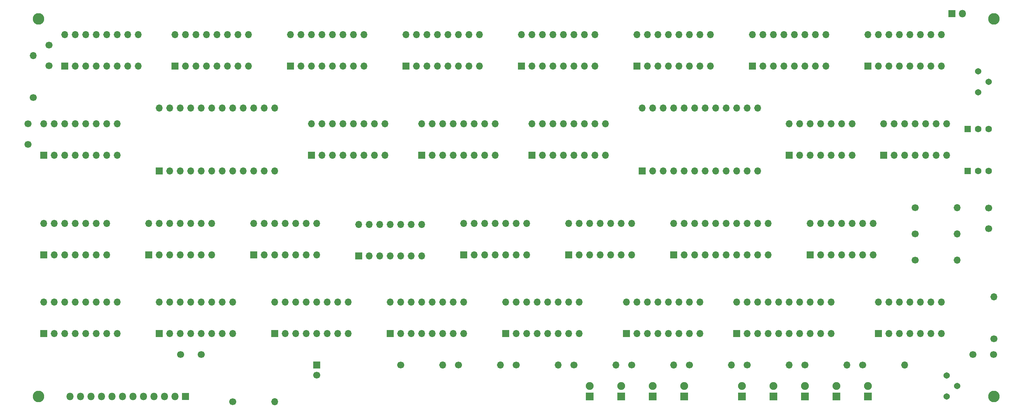
<source format=gbr>
%TF.GenerationSoftware,KiCad,Pcbnew,5.1.6-c6e7f7d~87~ubuntu16.04.1*%
%TF.CreationDate,2021-01-23T13:17:05-05:00*%
%TF.ProjectId,video,76696465-6f2e-46b6-9963-61645f706362,rev?*%
%TF.SameCoordinates,Original*%
%TF.FileFunction,Soldermask,Bot*%
%TF.FilePolarity,Negative*%
%FSLAX46Y46*%
G04 Gerber Fmt 4.6, Leading zero omitted, Abs format (unit mm)*
G04 Created by KiCad (PCBNEW 5.1.6-c6e7f7d~87~ubuntu16.04.1) date 2021-01-23 13:17:05*
%MOMM*%
%LPD*%
G01*
G04 APERTURE LIST*
%ADD10C,1.700000*%
%ADD11C,2.800000*%
%ADD12O,1.700000X1.700000*%
%ADD13R,1.700000X1.700000*%
%ADD14O,1.800000X1.800000*%
%ADD15R,1.800000X1.800000*%
%ADD16C,1.900000*%
%ADD17R,1.900000X1.900000*%
%ADD18C,1.540000*%
%ADD19R,1.600000X1.600000*%
%ADD20C,1.600000*%
G04 APERTURE END LIST*
D10*
%TO.C,C6*%
X1270000Y-34210000D03*
X1270000Y-29210000D03*
%TD*%
%TO.C,C5*%
X6350000Y-15160000D03*
X6350000Y-10160000D03*
%TD*%
D11*
%TO.C,REF3*%
X3810000Y-95250000D03*
%TD*%
%TO.C,REF4*%
X234950000Y-95250000D03*
%TD*%
%TO.C,REF2*%
X234950000Y-3810000D03*
%TD*%
%TO.C,REF1*%
X3810000Y-3810000D03*
%TD*%
D12*
%TO.C,U31*%
X208280000Y-29210000D03*
X223520000Y-36830000D03*
X210820000Y-29210000D03*
X220980000Y-36830000D03*
X213360000Y-29210000D03*
X218440000Y-36830000D03*
X215900000Y-29210000D03*
X215900000Y-36830000D03*
X218440000Y-29210000D03*
X213360000Y-36830000D03*
X220980000Y-29210000D03*
X210820000Y-36830000D03*
X223520000Y-29210000D03*
D13*
X208280000Y-36830000D03*
%TD*%
D12*
%TO.C,U30*%
X207010000Y-72390000D03*
X222250000Y-80010000D03*
X209550000Y-72390000D03*
X219710000Y-80010000D03*
X212090000Y-72390000D03*
X217170000Y-80010000D03*
X214630000Y-72390000D03*
X214630000Y-80010000D03*
X217170000Y-72390000D03*
X212090000Y-80010000D03*
X219710000Y-72390000D03*
X209550000Y-80010000D03*
X222250000Y-72390000D03*
D13*
X207010000Y-80010000D03*
%TD*%
D12*
%TO.C,R16*%
X2540000Y-12700000D03*
D10*
X2540000Y-22860000D03*
%TD*%
D12*
%TO.C,R15*%
X60960000Y-96520000D03*
D10*
X50800000Y-96520000D03*
%TD*%
%TO.C,C4*%
X71120000Y-90130000D03*
D13*
X71120000Y-87630000D03*
%TD*%
D10*
%TO.C,C3*%
X38180000Y-85090000D03*
X43180000Y-85090000D03*
%TD*%
D13*
%TO.C,U14*%
X149860000Y-40640000D03*
D12*
X177800000Y-25400000D03*
X152400000Y-40640000D03*
X175260000Y-25400000D03*
X154940000Y-40640000D03*
X172720000Y-25400000D03*
X157480000Y-40640000D03*
X170180000Y-25400000D03*
X160020000Y-40640000D03*
X167640000Y-25400000D03*
X162560000Y-40640000D03*
X165100000Y-25400000D03*
X165100000Y-40640000D03*
X162560000Y-25400000D03*
X167640000Y-40640000D03*
X160020000Y-25400000D03*
X170180000Y-40640000D03*
X157480000Y-25400000D03*
X172720000Y-40640000D03*
X154940000Y-25400000D03*
X175260000Y-40640000D03*
X152400000Y-25400000D03*
X177800000Y-40640000D03*
X149860000Y-25400000D03*
%TD*%
%TO.C,U10*%
X33020000Y-25400000D03*
X60960000Y-40640000D03*
X35560000Y-25400000D03*
X58420000Y-40640000D03*
X38100000Y-25400000D03*
X55880000Y-40640000D03*
X40640000Y-25400000D03*
X53340000Y-40640000D03*
X43180000Y-25400000D03*
X50800000Y-40640000D03*
X45720000Y-25400000D03*
X48260000Y-40640000D03*
X48260000Y-25400000D03*
X45720000Y-40640000D03*
X50800000Y-25400000D03*
X43180000Y-40640000D03*
X53340000Y-25400000D03*
X40640000Y-40640000D03*
X55880000Y-25400000D03*
X38100000Y-40640000D03*
X58420000Y-25400000D03*
X35560000Y-40640000D03*
X60960000Y-25400000D03*
D13*
X33020000Y-40640000D03*
%TD*%
D12*
%TO.C,U32*%
X172720000Y-72390000D03*
X195580000Y-80010000D03*
X175260000Y-72390000D03*
X193040000Y-80010000D03*
X177800000Y-72390000D03*
X190500000Y-80010000D03*
X180340000Y-72390000D03*
X187960000Y-80010000D03*
X182880000Y-72390000D03*
X185420000Y-80010000D03*
X185420000Y-72390000D03*
X182880000Y-80010000D03*
X187960000Y-72390000D03*
X180340000Y-80010000D03*
X190500000Y-72390000D03*
X177800000Y-80010000D03*
X193040000Y-72390000D03*
X175260000Y-80010000D03*
X195580000Y-72390000D03*
D13*
X172720000Y-80010000D03*
%TD*%
D12*
%TO.C,R13*%
X101600000Y-87630000D03*
D10*
X91440000Y-87630000D03*
%TD*%
D12*
%TO.C,R12*%
X115570000Y-87630000D03*
D10*
X105410000Y-87630000D03*
%TD*%
D12*
%TO.C,R11*%
X129540000Y-87630000D03*
D10*
X119380000Y-87630000D03*
%TD*%
D12*
%TO.C,R10*%
X143510000Y-87630000D03*
D10*
X133350000Y-87630000D03*
%TD*%
D12*
%TO.C,R9*%
X157480000Y-87630000D03*
D10*
X147320000Y-87630000D03*
%TD*%
D12*
%TO.C,R8*%
X171450000Y-87630000D03*
D10*
X161290000Y-87630000D03*
%TD*%
D12*
%TO.C,R7*%
X185420000Y-87630000D03*
D10*
X175260000Y-87630000D03*
%TD*%
D12*
%TO.C,R6*%
X199390000Y-87630000D03*
D10*
X189230000Y-87630000D03*
%TD*%
D12*
%TO.C,R5*%
X213360000Y-87630000D03*
D10*
X203200000Y-87630000D03*
%TD*%
D14*
%TO.C,J2*%
X11430000Y-95250000D03*
X13970000Y-95250000D03*
X16510000Y-95250000D03*
X19050000Y-95250000D03*
X21590000Y-95250000D03*
X24130000Y-95250000D03*
X26670000Y-95250000D03*
X29210000Y-95250000D03*
X31750000Y-95250000D03*
X34290000Y-95250000D03*
X36830000Y-95250000D03*
D15*
X39370000Y-95250000D03*
%TD*%
D16*
%TO.C,D9*%
X137160000Y-92710000D03*
D17*
X137160000Y-95250000D03*
%TD*%
D16*
%TO.C,D8*%
X144780000Y-92710000D03*
D17*
X144780000Y-95250000D03*
%TD*%
D16*
%TO.C,D7*%
X152400000Y-92710000D03*
D17*
X152400000Y-95250000D03*
%TD*%
D16*
%TO.C,D6*%
X160020000Y-92710000D03*
D17*
X160020000Y-95250000D03*
%TD*%
D16*
%TO.C,D5*%
X173990000Y-92710000D03*
D17*
X173990000Y-95250000D03*
%TD*%
D16*
%TO.C,D4*%
X181610000Y-92710000D03*
D17*
X181610000Y-95250000D03*
%TD*%
D16*
%TO.C,D3*%
X189230000Y-92710000D03*
D17*
X189230000Y-95250000D03*
%TD*%
D16*
%TO.C,D2*%
X196850000Y-92710000D03*
D17*
X196850000Y-95250000D03*
%TD*%
D16*
%TO.C,D1*%
X204470000Y-92710000D03*
D17*
X204470000Y-95250000D03*
%TD*%
D12*
%TO.C,U29*%
X132080000Y-53340000D03*
X147320000Y-60960000D03*
X134620000Y-53340000D03*
X144780000Y-60960000D03*
X137160000Y-53340000D03*
X142240000Y-60960000D03*
X139700000Y-53340000D03*
X139700000Y-60960000D03*
X142240000Y-53340000D03*
X137160000Y-60960000D03*
X144780000Y-53340000D03*
X134620000Y-60960000D03*
X147320000Y-53340000D03*
D13*
X132080000Y-60960000D03*
%TD*%
D12*
%TO.C,U28*%
X106680000Y-53340000D03*
X121920000Y-60960000D03*
X109220000Y-53340000D03*
X119380000Y-60960000D03*
X111760000Y-53340000D03*
X116840000Y-60960000D03*
X114300000Y-53340000D03*
X114300000Y-60960000D03*
X116840000Y-53340000D03*
X111760000Y-60960000D03*
X119380000Y-53340000D03*
X109220000Y-60960000D03*
X121920000Y-53340000D03*
D13*
X106680000Y-60960000D03*
%TD*%
D12*
%TO.C,U27*%
X81280000Y-53600000D03*
X96520000Y-61220000D03*
X83820000Y-53600000D03*
X93980000Y-61220000D03*
X86360000Y-53600000D03*
X91440000Y-61220000D03*
X88900000Y-53600000D03*
X88900000Y-61220000D03*
X91440000Y-53600000D03*
X86360000Y-61220000D03*
X93980000Y-53600000D03*
X83820000Y-61220000D03*
X96520000Y-53600000D03*
D13*
X81280000Y-61220000D03*
%TD*%
D12*
%TO.C,U26*%
X55880000Y-53340000D03*
X71120000Y-60960000D03*
X58420000Y-53340000D03*
X68580000Y-60960000D03*
X60960000Y-53340000D03*
X66040000Y-60960000D03*
X63500000Y-53340000D03*
X63500000Y-60960000D03*
X66040000Y-53340000D03*
X60960000Y-60960000D03*
X68580000Y-53340000D03*
X58420000Y-60960000D03*
X71120000Y-53340000D03*
D13*
X55880000Y-60960000D03*
%TD*%
D12*
%TO.C,U25*%
X185420000Y-29210000D03*
X200660000Y-36830000D03*
X187960000Y-29210000D03*
X198120000Y-36830000D03*
X190500000Y-29210000D03*
X195580000Y-36830000D03*
X193040000Y-29210000D03*
X193040000Y-36830000D03*
X195580000Y-29210000D03*
X190500000Y-36830000D03*
X198120000Y-29210000D03*
X187960000Y-36830000D03*
X200660000Y-29210000D03*
D13*
X185420000Y-36830000D03*
%TD*%
D12*
%TO.C,U24*%
X157480000Y-53340000D03*
X180340000Y-60960000D03*
X160020000Y-53340000D03*
X177800000Y-60960000D03*
X162560000Y-53340000D03*
X175260000Y-60960000D03*
X165100000Y-53340000D03*
X172720000Y-60960000D03*
X167640000Y-53340000D03*
X170180000Y-60960000D03*
X170180000Y-53340000D03*
X167640000Y-60960000D03*
X172720000Y-53340000D03*
X165100000Y-60960000D03*
X175260000Y-53340000D03*
X162560000Y-60960000D03*
X177800000Y-53340000D03*
X160020000Y-60960000D03*
X180340000Y-53340000D03*
D13*
X157480000Y-60960000D03*
%TD*%
D12*
%TO.C,U23*%
X146050000Y-72390000D03*
X163830000Y-80010000D03*
X148590000Y-72390000D03*
X161290000Y-80010000D03*
X151130000Y-72390000D03*
X158750000Y-80010000D03*
X153670000Y-72390000D03*
X156210000Y-80010000D03*
X156210000Y-72390000D03*
X153670000Y-80010000D03*
X158750000Y-72390000D03*
X151130000Y-80010000D03*
X161290000Y-72390000D03*
X148590000Y-80010000D03*
X163830000Y-72390000D03*
D13*
X146050000Y-80010000D03*
%TD*%
D12*
%TO.C,U22*%
X116840000Y-72390000D03*
X134620000Y-80010000D03*
X119380000Y-72390000D03*
X132080000Y-80010000D03*
X121920000Y-72390000D03*
X129540000Y-80010000D03*
X124460000Y-72390000D03*
X127000000Y-80010000D03*
X127000000Y-72390000D03*
X124460000Y-80010000D03*
X129540000Y-72390000D03*
X121920000Y-80010000D03*
X132080000Y-72390000D03*
X119380000Y-80010000D03*
X134620000Y-72390000D03*
D13*
X116840000Y-80010000D03*
%TD*%
D12*
%TO.C,U21*%
X88900000Y-72390000D03*
X106680000Y-80010000D03*
X91440000Y-72390000D03*
X104140000Y-80010000D03*
X93980000Y-72390000D03*
X101600000Y-80010000D03*
X96520000Y-72390000D03*
X99060000Y-80010000D03*
X99060000Y-72390000D03*
X96520000Y-80010000D03*
X101600000Y-72390000D03*
X93980000Y-80010000D03*
X104140000Y-72390000D03*
X91440000Y-80010000D03*
X106680000Y-72390000D03*
D13*
X88900000Y-80010000D03*
%TD*%
D12*
%TO.C,U20*%
X60960000Y-72390000D03*
X78740000Y-80010000D03*
X63500000Y-72390000D03*
X76200000Y-80010000D03*
X66040000Y-72390000D03*
X73660000Y-80010000D03*
X68580000Y-72390000D03*
X71120000Y-80010000D03*
X71120000Y-72390000D03*
X68580000Y-80010000D03*
X73660000Y-72390000D03*
X66040000Y-80010000D03*
X76200000Y-72390000D03*
X63500000Y-80010000D03*
X78740000Y-72390000D03*
D13*
X60960000Y-80010000D03*
%TD*%
D12*
%TO.C,U19*%
X33020000Y-72390000D03*
X50800000Y-80010000D03*
X35560000Y-72390000D03*
X48260000Y-80010000D03*
X38100000Y-72390000D03*
X45720000Y-80010000D03*
X40640000Y-72390000D03*
X43180000Y-80010000D03*
X43180000Y-72390000D03*
X40640000Y-80010000D03*
X45720000Y-72390000D03*
X38100000Y-80010000D03*
X48260000Y-72390000D03*
X35560000Y-80010000D03*
X50800000Y-72390000D03*
D13*
X33020000Y-80010000D03*
%TD*%
D12*
%TO.C,U18*%
X5080000Y-72390000D03*
X22860000Y-80010000D03*
X7620000Y-72390000D03*
X20320000Y-80010000D03*
X10160000Y-72390000D03*
X17780000Y-80010000D03*
X12700000Y-72390000D03*
X15240000Y-80010000D03*
X15240000Y-72390000D03*
X12700000Y-80010000D03*
X17780000Y-72390000D03*
X10160000Y-80010000D03*
X20320000Y-72390000D03*
X7620000Y-80010000D03*
X22860000Y-72390000D03*
D13*
X5080000Y-80010000D03*
%TD*%
D12*
%TO.C,U17*%
X123190000Y-29210000D03*
X140970000Y-36830000D03*
X125730000Y-29210000D03*
X138430000Y-36830000D03*
X128270000Y-29210000D03*
X135890000Y-36830000D03*
X130810000Y-29210000D03*
X133350000Y-36830000D03*
X133350000Y-29210000D03*
X130810000Y-36830000D03*
X135890000Y-29210000D03*
X128270000Y-36830000D03*
X138430000Y-29210000D03*
X125730000Y-36830000D03*
X140970000Y-29210000D03*
D13*
X123190000Y-36830000D03*
%TD*%
D12*
%TO.C,U16*%
X96520000Y-29210000D03*
X114300000Y-36830000D03*
X99060000Y-29210000D03*
X111760000Y-36830000D03*
X101600000Y-29210000D03*
X109220000Y-36830000D03*
X104140000Y-29210000D03*
X106680000Y-36830000D03*
X106680000Y-29210000D03*
X104140000Y-36830000D03*
X109220000Y-29210000D03*
X101600000Y-36830000D03*
X111760000Y-29210000D03*
X99060000Y-36830000D03*
X114300000Y-29210000D03*
D13*
X96520000Y-36830000D03*
%TD*%
D12*
%TO.C,U15*%
X69850000Y-29210000D03*
X87630000Y-36830000D03*
X72390000Y-29210000D03*
X85090000Y-36830000D03*
X74930000Y-29210000D03*
X82550000Y-36830000D03*
X77470000Y-29210000D03*
X80010000Y-36830000D03*
X80010000Y-29210000D03*
X77470000Y-36830000D03*
X82550000Y-29210000D03*
X74930000Y-36830000D03*
X85090000Y-29210000D03*
X72390000Y-36830000D03*
X87630000Y-29210000D03*
D13*
X69850000Y-36830000D03*
%TD*%
D12*
%TO.C,U13*%
X190500000Y-53340000D03*
X205740000Y-60960000D03*
X193040000Y-53340000D03*
X203200000Y-60960000D03*
X195580000Y-53340000D03*
X200660000Y-60960000D03*
X198120000Y-53340000D03*
X198120000Y-60960000D03*
X200660000Y-53340000D03*
X195580000Y-60960000D03*
X203200000Y-53340000D03*
X193040000Y-60960000D03*
X205740000Y-53340000D03*
D13*
X190500000Y-60960000D03*
%TD*%
D12*
%TO.C,U12*%
X30480000Y-53340000D03*
X45720000Y-60960000D03*
X33020000Y-53340000D03*
X43180000Y-60960000D03*
X35560000Y-53340000D03*
X40640000Y-60960000D03*
X38100000Y-53340000D03*
X38100000Y-60960000D03*
X40640000Y-53340000D03*
X35560000Y-60960000D03*
X43180000Y-53340000D03*
X33020000Y-60960000D03*
X45720000Y-53340000D03*
D13*
X30480000Y-60960000D03*
%TD*%
D12*
%TO.C,U11*%
X5080000Y-53340000D03*
X20320000Y-60960000D03*
X7620000Y-53340000D03*
X17780000Y-60960000D03*
X10160000Y-53340000D03*
X15240000Y-60960000D03*
X12700000Y-53340000D03*
X12700000Y-60960000D03*
X15240000Y-53340000D03*
X10160000Y-60960000D03*
X17780000Y-53340000D03*
X7620000Y-60960000D03*
X20320000Y-53340000D03*
D13*
X5080000Y-60960000D03*
%TD*%
D12*
%TO.C,U9*%
X5080000Y-29210000D03*
X22860000Y-36830000D03*
X7620000Y-29210000D03*
X20320000Y-36830000D03*
X10160000Y-29210000D03*
X17780000Y-36830000D03*
X12700000Y-29210000D03*
X15240000Y-36830000D03*
X15240000Y-29210000D03*
X12700000Y-36830000D03*
X17780000Y-29210000D03*
X10160000Y-36830000D03*
X20320000Y-29210000D03*
X7620000Y-36830000D03*
X22860000Y-29210000D03*
D13*
X5080000Y-36830000D03*
%TD*%
D12*
%TO.C,U8*%
X204470000Y-7620000D03*
X222250000Y-15240000D03*
X207010000Y-7620000D03*
X219710000Y-15240000D03*
X209550000Y-7620000D03*
X217170000Y-15240000D03*
X212090000Y-7620000D03*
X214630000Y-15240000D03*
X214630000Y-7620000D03*
X212090000Y-15240000D03*
X217170000Y-7620000D03*
X209550000Y-15240000D03*
X219710000Y-7620000D03*
X207010000Y-15240000D03*
X222250000Y-7620000D03*
D13*
X204470000Y-15240000D03*
%TD*%
D12*
%TO.C,U7*%
X176530000Y-7620000D03*
X194310000Y-15240000D03*
X179070000Y-7620000D03*
X191770000Y-15240000D03*
X181610000Y-7620000D03*
X189230000Y-15240000D03*
X184150000Y-7620000D03*
X186690000Y-15240000D03*
X186690000Y-7620000D03*
X184150000Y-15240000D03*
X189230000Y-7620000D03*
X181610000Y-15240000D03*
X191770000Y-7620000D03*
X179070000Y-15240000D03*
X194310000Y-7620000D03*
D13*
X176530000Y-15240000D03*
%TD*%
D12*
%TO.C,U6*%
X148590000Y-7620000D03*
X166370000Y-15240000D03*
X151130000Y-7620000D03*
X163830000Y-15240000D03*
X153670000Y-7620000D03*
X161290000Y-15240000D03*
X156210000Y-7620000D03*
X158750000Y-15240000D03*
X158750000Y-7620000D03*
X156210000Y-15240000D03*
X161290000Y-7620000D03*
X153670000Y-15240000D03*
X163830000Y-7620000D03*
X151130000Y-15240000D03*
X166370000Y-7620000D03*
D13*
X148590000Y-15240000D03*
%TD*%
D12*
%TO.C,U5*%
X120650000Y-7620000D03*
X138430000Y-15240000D03*
X123190000Y-7620000D03*
X135890000Y-15240000D03*
X125730000Y-7620000D03*
X133350000Y-15240000D03*
X128270000Y-7620000D03*
X130810000Y-15240000D03*
X130810000Y-7620000D03*
X128270000Y-15240000D03*
X133350000Y-7620000D03*
X125730000Y-15240000D03*
X135890000Y-7620000D03*
X123190000Y-15240000D03*
X138430000Y-7620000D03*
D13*
X120650000Y-15240000D03*
%TD*%
D12*
%TO.C,U4*%
X92710000Y-7620000D03*
X110490000Y-15240000D03*
X95250000Y-7620000D03*
X107950000Y-15240000D03*
X97790000Y-7620000D03*
X105410000Y-15240000D03*
X100330000Y-7620000D03*
X102870000Y-15240000D03*
X102870000Y-7620000D03*
X100330000Y-15240000D03*
X105410000Y-7620000D03*
X97790000Y-15240000D03*
X107950000Y-7620000D03*
X95250000Y-15240000D03*
X110490000Y-7620000D03*
D13*
X92710000Y-15240000D03*
%TD*%
D12*
%TO.C,U3*%
X64770000Y-7620000D03*
X82550000Y-15240000D03*
X67310000Y-7620000D03*
X80010000Y-15240000D03*
X69850000Y-7620000D03*
X77470000Y-15240000D03*
X72390000Y-7620000D03*
X74930000Y-15240000D03*
X74930000Y-7620000D03*
X72390000Y-15240000D03*
X77470000Y-7620000D03*
X69850000Y-15240000D03*
X80010000Y-7620000D03*
X67310000Y-15240000D03*
X82550000Y-7620000D03*
D13*
X64770000Y-15240000D03*
%TD*%
D12*
%TO.C,U2*%
X36830000Y-7620000D03*
X54610000Y-15240000D03*
X39370000Y-7620000D03*
X52070000Y-15240000D03*
X41910000Y-7620000D03*
X49530000Y-15240000D03*
X44450000Y-7620000D03*
X46990000Y-15240000D03*
X46990000Y-7620000D03*
X44450000Y-15240000D03*
X49530000Y-7620000D03*
X41910000Y-15240000D03*
X52070000Y-7620000D03*
X39370000Y-15240000D03*
X54610000Y-7620000D03*
D13*
X36830000Y-15240000D03*
%TD*%
D12*
%TO.C,U1*%
X10160000Y-7620000D03*
X27940000Y-15240000D03*
X12700000Y-7620000D03*
X25400000Y-15240000D03*
X15240000Y-7620000D03*
X22860000Y-15240000D03*
X17780000Y-7620000D03*
X20320000Y-15240000D03*
X20320000Y-7620000D03*
X17780000Y-15240000D03*
X22860000Y-7620000D03*
X15240000Y-15240000D03*
X25400000Y-7620000D03*
X12700000Y-15240000D03*
X27940000Y-7620000D03*
D13*
X10160000Y-15240000D03*
%TD*%
D18*
%TO.C,RV2*%
X223520000Y-95250000D03*
X226060000Y-92710000D03*
X223520000Y-90170000D03*
%TD*%
%TO.C,RV1*%
X231140000Y-21590000D03*
X233680000Y-19050000D03*
X231140000Y-16510000D03*
%TD*%
D12*
%TO.C,R4*%
X234950000Y-71120000D03*
D10*
X234950000Y-81280000D03*
%TD*%
D12*
%TO.C,R3*%
X226060000Y-62230000D03*
D10*
X215900000Y-62230000D03*
%TD*%
D12*
%TO.C,R2*%
X226060000Y-55880000D03*
D10*
X215900000Y-55880000D03*
%TD*%
D12*
%TO.C,R1*%
X226060000Y-49530000D03*
D10*
X215900000Y-49530000D03*
%TD*%
D19*
%TO.C,Q2*%
X228600000Y-40640000D03*
D20*
X233680000Y-40640000D03*
X231140000Y-40640000D03*
%TD*%
D19*
%TO.C,Q1*%
X228600000Y-30480000D03*
D20*
X233680000Y-30480000D03*
X231140000Y-30480000D03*
%TD*%
D14*
%TO.C,J1*%
X227330000Y-2540000D03*
D15*
X224790000Y-2540000D03*
%TD*%
D10*
%TO.C,C2*%
X234870000Y-85090000D03*
X229870000Y-85090000D03*
%TD*%
%TO.C,C1*%
X233680000Y-49610000D03*
X233680000Y-54610000D03*
%TD*%
M02*

</source>
